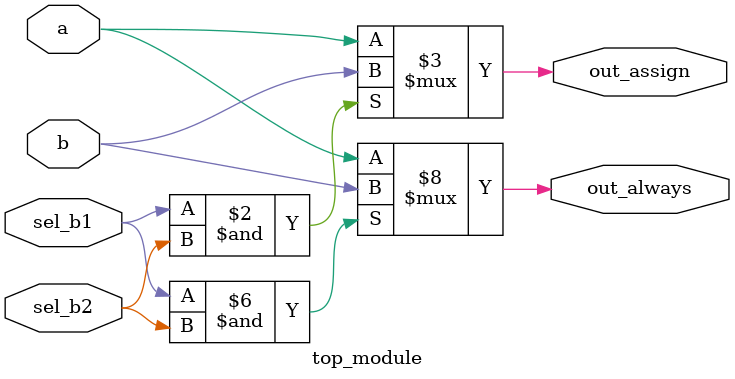
<source format=v>
module top_module(
    input a,
    input b,
    input sel_b1,
    input sel_b2,
    output wire out_assign,
    output reg out_always   ); 
    assign out_assign=(sel_b1 & sel_b2 == 1)? b :a;
    always@(*) begin
        if(sel_b1 & sel_b2==1) begin
            out_always= b;
        end
        else begin
            out_always= a;
        end
    end
endmodule

</source>
